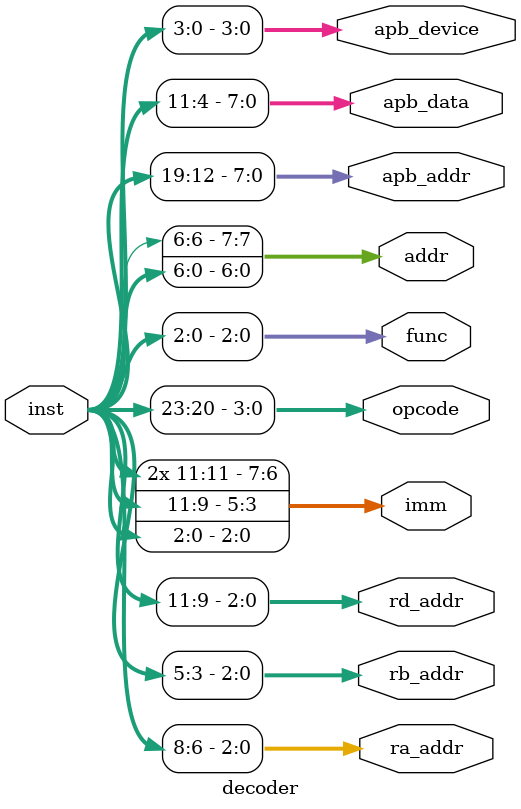
<source format=sv>
module decoder(
	input [23:0]inst,
	output reg [2:0] ra_addr,
	output reg [2:0] rb_addr,
	output reg [2:0] rd_addr,
	output reg [7:0] imm,
	output reg [3:0] opcode,
	output reg [2:0] func,
	output reg [7:0] addr,
	output reg [7:0] apb_addr,
	output reg [7:0] apb_data,
	output reg [3:0] apb_device
	);
always @(*) 
begin
  opcode[3:0]	= inst[23:20];
  rd_addr[2:0]	= inst[11:9];
  ra_addr[2:0]	= inst[8:6];
  rb_addr[2:0]	= inst[5:3];
  func[2:0]		= inst[2:0];
  imm[5:3]		= inst[11:9];
  imm[2:0]		= inst[2:0];
  addr[6:0]		= inst[6:0];
  apb_addr[7:0] = inst[19:12];
  apb_data[7:0] = inst[11:4];
  apb_device[3:0] = inst[3:0] ;
  imm[6]=imm[5];
  imm[7]=imm[5];
  addr[7]=addr[6];
end
endmodule
</source>
